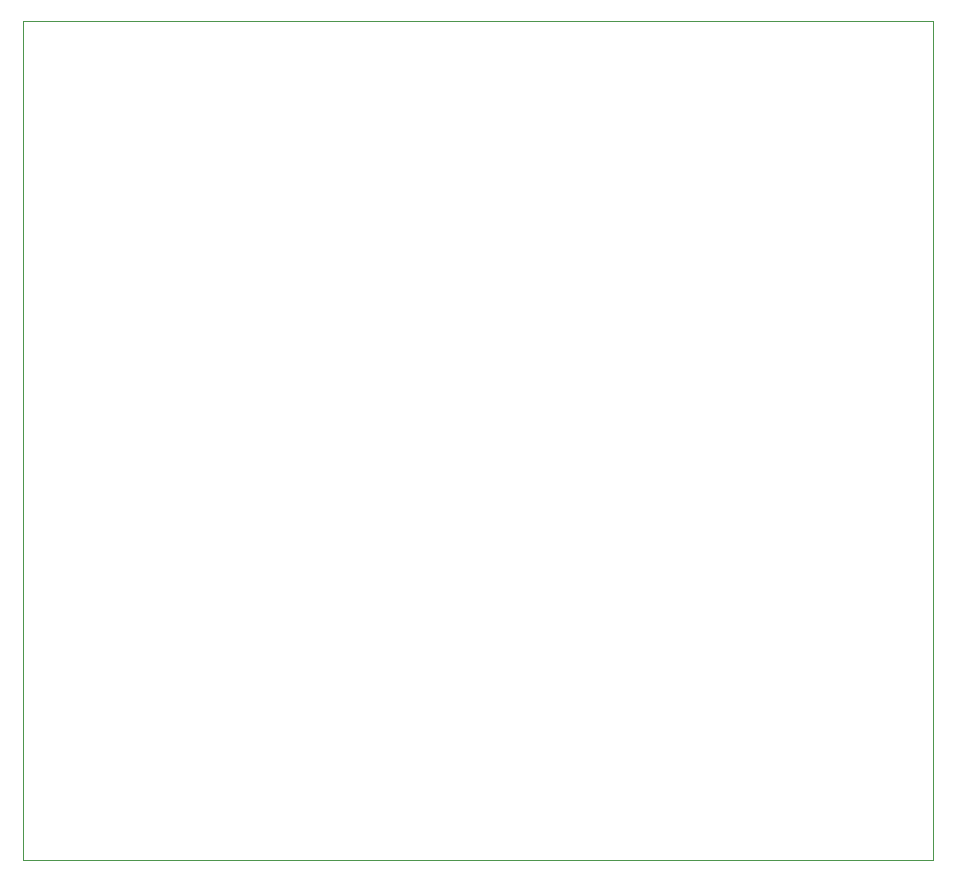
<source format=gbr>
%TF.GenerationSoftware,KiCad,Pcbnew,8.0.3*%
%TF.CreationDate,2024-07-15T18:29:38-05:00*%
%TF.ProjectId,amplifier,616d706c-6966-4696-9572-2e6b69636164,1.0*%
%TF.SameCoordinates,Original*%
%TF.FileFunction,Profile,NP*%
%FSLAX46Y46*%
G04 Gerber Fmt 4.6, Leading zero omitted, Abs format (unit mm)*
G04 Created by KiCad (PCBNEW 8.0.3) date 2024-07-15 18:29:38*
%MOMM*%
%LPD*%
G01*
G04 APERTURE LIST*
%TA.AperFunction,Profile*%
%ADD10C,0.050000*%
%TD*%
G04 APERTURE END LIST*
D10*
X83000000Y-71000000D02*
X160000000Y-71000000D01*
X160000000Y-142000000D01*
X83000000Y-142000000D01*
X83000000Y-71000000D01*
M02*

</source>
